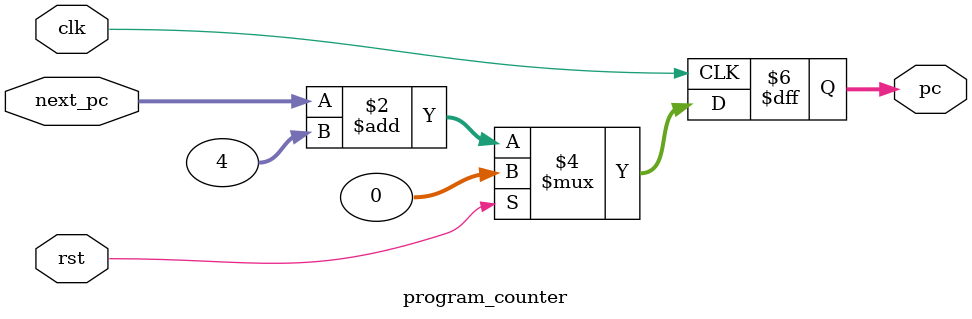
<source format=sv>
`timescale 1ns / 1ps


module program_counter(
    input logic clk, rst,
    input logic [31:0] next_pc,
    output logic [31:0] pc
    );
    
    always_ff@(posedge clk) begin
        if(rst) begin
            pc<=32'b0;
        end
        else begin
            pc<=next_pc+4;
        end
    end
    
endmodule

</source>
